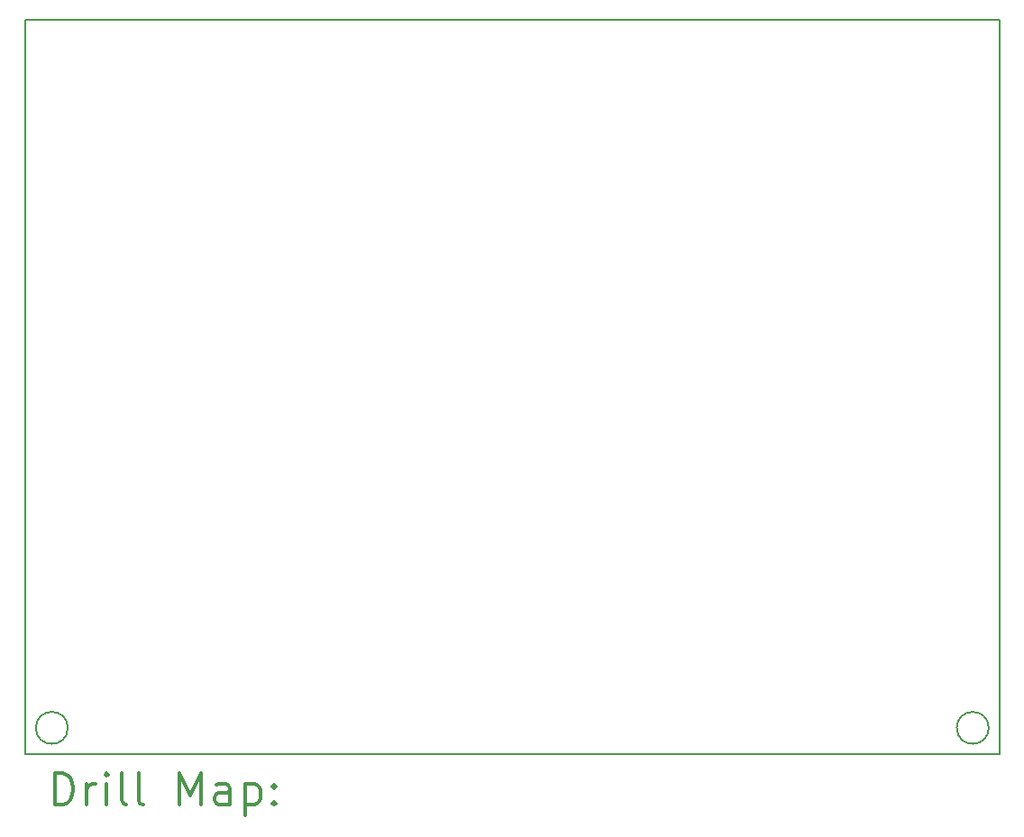
<source format=gbr>
%FSLAX45Y45*%
G04 Gerber Fmt 4.5, Leading zero omitted, Abs format (unit mm)*
G04 Created by KiCad (PCBNEW (5.1.5)-3) date 2020-06-08 21:11:43*
%MOMM*%
%LPD*%
G04 APERTURE LIST*
%TA.AperFunction,Profile*%
%ADD10C,0.150000*%
%TD*%
%ADD11C,0.200000*%
%ADD12C,0.300000*%
G04 APERTURE END LIST*
D10*
X17500000Y-5450000D02*
X17500000Y-12350000D01*
X17400000Y-12100000D02*
G75*
G03X17400000Y-12100000I-150000J0D01*
G01*
X8350000Y-12350000D02*
X8350000Y-12250000D01*
X17500000Y-12350000D02*
X8350000Y-12350000D01*
X8350000Y-12150000D02*
X8350000Y-12250000D01*
X8350000Y-5450000D02*
X17500000Y-5450000D01*
X8350000Y-12150000D02*
X8350000Y-5450000D01*
X8750000Y-12100000D02*
G75*
G03X8750000Y-12100000I-150000J0D01*
G01*
D11*
D12*
X8628928Y-12823214D02*
X8628928Y-12523214D01*
X8700357Y-12523214D01*
X8743214Y-12537500D01*
X8771786Y-12566071D01*
X8786071Y-12594643D01*
X8800357Y-12651786D01*
X8800357Y-12694643D01*
X8786071Y-12751786D01*
X8771786Y-12780357D01*
X8743214Y-12808929D01*
X8700357Y-12823214D01*
X8628928Y-12823214D01*
X8928928Y-12823214D02*
X8928928Y-12623214D01*
X8928928Y-12680357D02*
X8943214Y-12651786D01*
X8957500Y-12637500D01*
X8986071Y-12623214D01*
X9014643Y-12623214D01*
X9114643Y-12823214D02*
X9114643Y-12623214D01*
X9114643Y-12523214D02*
X9100357Y-12537500D01*
X9114643Y-12551786D01*
X9128928Y-12537500D01*
X9114643Y-12523214D01*
X9114643Y-12551786D01*
X9300357Y-12823214D02*
X9271786Y-12808929D01*
X9257500Y-12780357D01*
X9257500Y-12523214D01*
X9457500Y-12823214D02*
X9428928Y-12808929D01*
X9414643Y-12780357D01*
X9414643Y-12523214D01*
X9800357Y-12823214D02*
X9800357Y-12523214D01*
X9900357Y-12737500D01*
X10000357Y-12523214D01*
X10000357Y-12823214D01*
X10271786Y-12823214D02*
X10271786Y-12666071D01*
X10257500Y-12637500D01*
X10228928Y-12623214D01*
X10171786Y-12623214D01*
X10143214Y-12637500D01*
X10271786Y-12808929D02*
X10243214Y-12823214D01*
X10171786Y-12823214D01*
X10143214Y-12808929D01*
X10128928Y-12780357D01*
X10128928Y-12751786D01*
X10143214Y-12723214D01*
X10171786Y-12708929D01*
X10243214Y-12708929D01*
X10271786Y-12694643D01*
X10414643Y-12623214D02*
X10414643Y-12923214D01*
X10414643Y-12637500D02*
X10443214Y-12623214D01*
X10500357Y-12623214D01*
X10528928Y-12637500D01*
X10543214Y-12651786D01*
X10557500Y-12680357D01*
X10557500Y-12766071D01*
X10543214Y-12794643D01*
X10528928Y-12808929D01*
X10500357Y-12823214D01*
X10443214Y-12823214D01*
X10414643Y-12808929D01*
X10686071Y-12794643D02*
X10700357Y-12808929D01*
X10686071Y-12823214D01*
X10671786Y-12808929D01*
X10686071Y-12794643D01*
X10686071Y-12823214D01*
X10686071Y-12637500D02*
X10700357Y-12651786D01*
X10686071Y-12666071D01*
X10671786Y-12651786D01*
X10686071Y-12637500D01*
X10686071Y-12666071D01*
M02*

</source>
